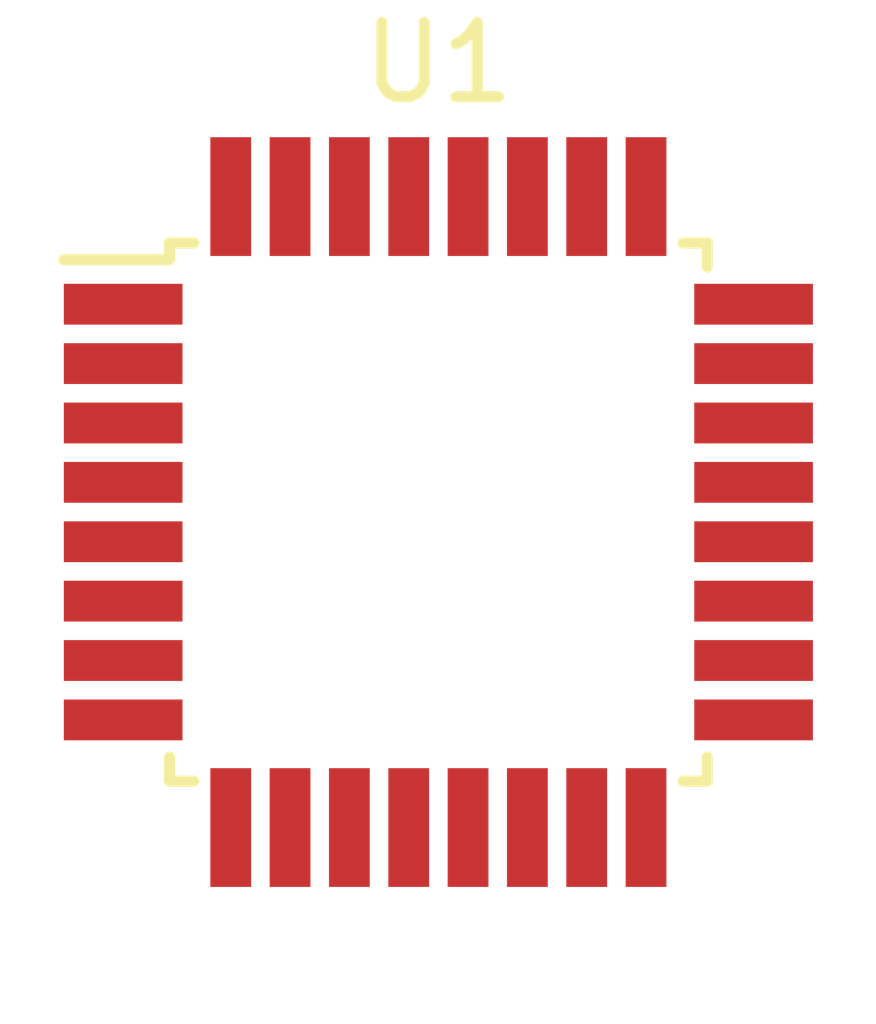
<source format=kicad_pcb>
(kicad_pcb (version 20221018) (generator pcbnew)
  (layers (0 "F.Cu" signal) (31 "B.Cu" signal) (34 "B.Paste" user) (35 "F.Paste" user) (36 "B.SilkS" user "B.Silkscreen") (37 "F.SilkS" user "F.Silkscreen") (38 "B.Mask" user) (39 "F.Mask" user) (44 "Edge.Cuts" user))
  (net 0 "")
  (net 3 "GND")
  (net 4 "+5V")
  (footprint "Package_QFP:TQFP-32_7x7mm_P0.8mm" (layer "F.Cu") (at 71.95 61.716)
    (fp_text reference "U1" (at 0 -6.05) (layer "F.SilkS"))
    (fp_text value "ATmega328P-A")
    (fp_line (start -3.625 -3.625) (end -3.625 -3.4) (stroke (width 0.15)) (layer "F.SilkS"))
    (fp_line (start -3.625 -3.625) (end -3.3 -3.625) (stroke (width 0.15)) (layer "F.SilkS"))
    (fp_line (start -3.625 -3.4) (end -5.05 -3.4) (stroke (width 0.15)) (layer "F.SilkS"))
    (fp_line (start -3.625 3.625) (end -3.625 3.3) (stroke (width 0.15)) (layer "F.SilkS"))
    (fp_line (start -3.625 3.625) (end -3.3 3.625) (stroke (width 0.15)) (layer "F.SilkS"))
    (fp_line (start 3.625 -3.625) (end 3.3 -3.625) (stroke (width 0.15)) (layer "F.SilkS"))
    (fp_line (start 3.625 -3.625) (end 3.625 -3.3) (stroke (width 0.15)) (layer "F.SilkS"))
    (fp_line (start 3.625 3.625) (end 3.3 3.625) (stroke (width 0.15)) (layer "F.SilkS"))
    (fp_line (start 3.625 3.625) (end 3.625 3.3) (stroke (width 0.15)) (layer "F.SilkS"))
    (pad "1" smd rect (at -4.25 -2.8) (size 1.6 0.55) (layers "F.Cu" "F.Paste" "F.Mask"))
    (pad "2" smd rect (at -4.25 -2) (size 1.6 0.55) (layers "F.Cu" "F.Paste" "F.Mask"))
    (pad "3" smd rect (at -4.25 -1.2) (size 1.6 0.55) (layers "F.Cu" "F.Paste" "F.Mask") (net 3 "GND"))
    (pad "4" smd rect (at -4.25 -0.4) (size 1.6 0.55) (layers "F.Cu" "F.Paste" "F.Mask") (net 4 "+5V"))
    (pad "5" smd rect (at -4.25 0.4) (size 1.6 0.55) (layers "F.Cu" "F.Paste" "F.Mask") (net 3 "GND"))
    (pad "6" smd rect (at -4.25 1.2) (size 1.6 0.55) (layers "F.Cu" "F.Paste" "F.Mask") (net 4 "+5V"))
    (pad "7" smd rect (at -4.25 2) (size 1.6 0.55) (layers "F.Cu" "F.Paste" "F.Mask"))
    (pad "8" smd rect (at -4.25 2.8) (size 1.6 0.55) (layers "F.Cu" "F.Paste" "F.Mask"))
    (pad "9" smd rect (at -2.8 4.25 90) (size 1.6 0.55) (layers "F.Cu" "F.Paste" "F.Mask"))
    (pad "10" smd rect (at -2 4.25 90) (size 1.6 0.55) (layers "F.Cu" "F.Paste" "F.Mask"))
    (pad "11" smd rect (at -1.2 4.25 90) (size 1.6 0.55) (layers "F.Cu" "F.Paste" "F.Mask"))
    (pad "12" smd rect (at -0.4 4.25 90) (size 1.6 0.55) (layers "F.Cu" "F.Paste" "F.Mask"))
    (pad "13" smd rect (at 0.4 4.25 90) (size 1.6 0.55) (layers "F.Cu" "F.Paste" "F.Mask"))
    (pad "14" smd rect (at 1.2 4.25 90) (size 1.6 0.55) (layers "F.Cu" "F.Paste" "F.Mask"))
    (pad "15" smd rect (at 2 4.25 90) (size 1.6 0.55) (layers "F.Cu" "F.Paste" "F.Mask"))
    (pad "16" smd rect (at 2.8 4.25 90) (size 1.6 0.55) (layers "F.Cu" "F.Paste" "F.Mask"))
    (pad "17" smd rect (at 4.25 2.8) (size 1.6 0.55) (layers "F.Cu" "F.Paste" "F.Mask"))
    (pad "18" smd rect (at 4.25 2) (size 1.6 0.55) (layers "F.Cu" "F.Paste" "F.Mask"))
    (pad "19" smd rect (at 4.25 1.2) (size 1.6 0.55) (layers "F.Cu" "F.Paste" "F.Mask"))
    (pad "20" smd rect (at 4.25 0.4) (size 1.6 0.55) (layers "F.Cu" "F.Paste" "F.Mask"))
    (pad "21" smd rect (at 4.25 -0.4) (size 1.6 0.55) (layers "F.Cu" "F.Paste" "F.Mask") (net 3 "GND"))
    (pad "22" smd rect (at 4.25 -1.2) (size 1.6 0.55) (layers "F.Cu" "F.Paste" "F.Mask"))
    (pad "23" smd rect (at 4.25 -2) (size 1.6 0.55) (layers "F.Cu" "F.Paste" "F.Mask"))
    (pad "24" smd rect (at 4.25 -2.8) (size 1.6 0.55) (layers "F.Cu" "F.Paste" "F.Mask"))
    (pad "25" smd rect (at 2.8 -4.25 90) (size 1.6 0.55) (layers "F.Cu" "F.Paste" "F.Mask"))
    (pad "26" smd rect (at 2 -4.25 90) (size 1.6 0.55) (layers "F.Cu" "F.Paste" "F.Mask"))
    (pad "27" smd rect (at 1.2 -4.25 90) (size 1.6 0.55) (layers "F.Cu" "F.Paste" "F.Mask"))
    (pad "28" smd rect (at 0.4 -4.25 90) (size 1.6 0.55) (layers "F.Cu" "F.Paste" "F.Mask"))
    (pad "29" smd rect (at -0.4 -4.25 90) (size 1.6 0.55) (layers "F.Cu" "F.Paste" "F.Mask"))
    (pad "30" smd rect (at -1.2 -4.25 90) (size 1.6 0.55) (layers "F.Cu" "F.Paste" "F.Mask"))
    (pad "31" smd rect (at -2 -4.25 90) (size 1.6 0.55) (layers "F.Cu" "F.Paste" "F.Mask"))
    (pad "32" smd rect (at -2.8 -4.25 90) (size 1.6 0.55) (layers "F.Cu" "F.Paste" "F.Mask"))
  )
)
</source>
